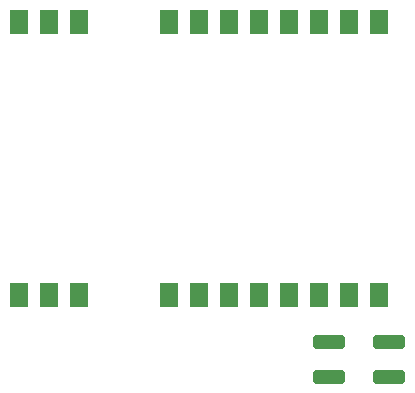
<source format=gbr>
%TF.GenerationSoftware,KiCad,Pcbnew,9.0.0*%
%TF.CreationDate,2025-02-26T09:21:49+02:00*%
%TF.ProjectId,E900M30S shield,45393030-4d33-4305-9320-736869656c64,rev?*%
%TF.SameCoordinates,Original*%
%TF.FileFunction,Paste,Top*%
%TF.FilePolarity,Positive*%
%FSLAX46Y46*%
G04 Gerber Fmt 4.6, Leading zero omitted, Abs format (unit mm)*
G04 Created by KiCad (PCBNEW 9.0.0) date 2025-02-26 09:21:49*
%MOMM*%
%LPD*%
G01*
G04 APERTURE LIST*
G04 Aperture macros list*
%AMRoundRect*
0 Rectangle with rounded corners*
0 $1 Rounding radius*
0 $2 $3 $4 $5 $6 $7 $8 $9 X,Y pos of 4 corners*
0 Add a 4 corners polygon primitive as box body*
4,1,4,$2,$3,$4,$5,$6,$7,$8,$9,$2,$3,0*
0 Add four circle primitives for the rounded corners*
1,1,$1+$1,$2,$3*
1,1,$1+$1,$4,$5*
1,1,$1+$1,$6,$7*
1,1,$1+$1,$8,$9*
0 Add four rect primitives between the rounded corners*
20,1,$1+$1,$2,$3,$4,$5,0*
20,1,$1+$1,$4,$5,$6,$7,0*
20,1,$1+$1,$6,$7,$8,$9,0*
20,1,$1+$1,$8,$9,$2,$3,0*%
G04 Aperture macros list end*
%ADD10RoundRect,0.250000X-1.100000X0.325000X-1.100000X-0.325000X1.100000X-0.325000X1.100000X0.325000X0*%
%ADD11R,1.510000X2.080000*%
G04 APERTURE END LIST*
D10*
%TO.C,C1*%
X148590000Y-128065000D03*
X148590000Y-131015000D03*
%TD*%
D11*
%TO.C,U1*%
X122330000Y-124110000D03*
X124870000Y-124110000D03*
X127410000Y-124110000D03*
X135010000Y-124110000D03*
X137550000Y-124110000D03*
X140090000Y-124110000D03*
X142630000Y-124110000D03*
X145170000Y-124110000D03*
X147710000Y-124110000D03*
X150250000Y-124110000D03*
X152790000Y-124110000D03*
X152790000Y-100960000D03*
X150250000Y-100960000D03*
X147710000Y-100960000D03*
X145170000Y-100960000D03*
X142630000Y-100960000D03*
X140090000Y-100960000D03*
X137550000Y-100960000D03*
X135010000Y-100960000D03*
X127410000Y-100960000D03*
X124870000Y-100960000D03*
X122330000Y-100960000D03*
%TD*%
D10*
%TO.C,C2*%
X153670000Y-128065000D03*
X153670000Y-131015000D03*
%TD*%
M02*

</source>
